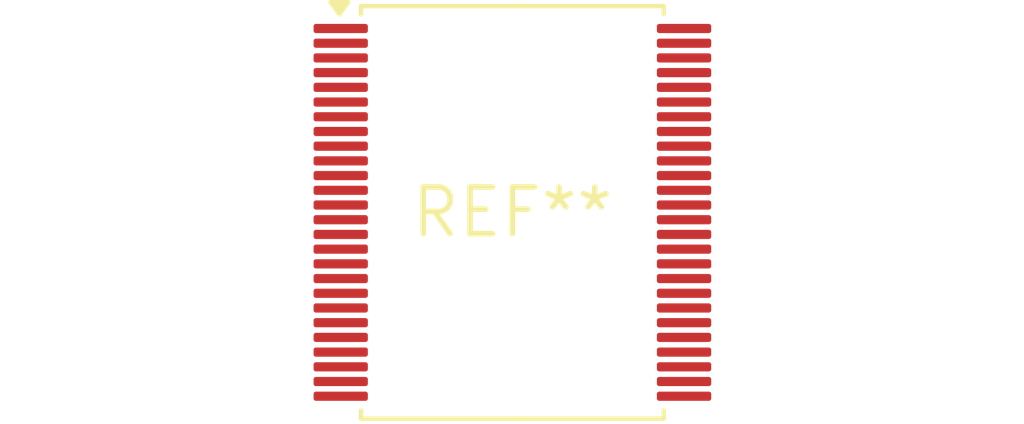
<source format=kicad_pcb>
(kicad_pcb (version 20240108) (generator pcbnew)
  (layers (0 "F.Cu" signal) (31 "B.Cu" signal) (34 "B.Paste" user) (35 "F.Paste" user) (36 "B.SilkS" user "B.Silkscreen") (37 "F.SilkS" user "F.Silkscreen") (38 "B.Mask" user) (39 "F.Mask" user) (44 "Edge.Cuts" user))
  (net 0 "")
  (footprint "TSSOP-52_8x11mm_P0.4mm" (layer "F.Cu") (at 0 0)
    (property "Reference" "REF**")
    (property "Value" "TSSOP-52_8x11mm_P0.4mm")
    (fp_line (start -4.11 -5.61) (end -4.11 -5.385) (layer "F.SilkS") (stroke (width 0.12)))
    (fp_line (start -4.11 5.61) (end -4.11 5.385) (layer "F.SilkS") (stroke (width 0.12)))
    (fp_line (start 0 -5.61) (end -4.11 -5.61) (layer "F.SilkS") (stroke (width 0.12)))
    (fp_line (start 0 -5.61) (end 4.11 -5.61) (layer "F.SilkS") (stroke (width 0.12)))
    (fp_line (start 0 5.61) (end -4.11 5.61) (layer "F.SilkS") (stroke (width 0.12)))
    (fp_line (start 0 5.61) (end 4.11 5.61) (layer "F.SilkS") (stroke (width 0.12)))
    (fp_line (start 4.11 -5.61) (end 4.11 -5.385) (layer "F.SilkS") (stroke (width 0.12)))
    (fp_line (start 4.11 5.61) (end 4.11 5.385) (layer "F.SilkS") (stroke (width 0.12)))
    (fp_poly (pts (xy -4.7 -5.385) (xy -4.94 -5.715) (xy -4.46 -5.715) (xy -4.7 -5.385)) (layer "F.SilkS") (stroke (width 0.12)) (fill solid))
    (pad "1" smd roundrect (at -4.6625 -5) (size 1.475 0.25) (layers "F.Cu" "F.Paste" "F.Mask"))
    (pad "2" smd roundrect (at -4.6625 -4.6) (size 1.475 0.25) (layers "F.Cu" "F.Paste" "F.Mask"))
    (pad "3" smd roundrect (at -4.6625 -4.2) (size 1.475 0.25) (layers "F.Cu" "F.Paste" "F.Mask"))
    (pad "4" smd roundrect (at -4.6625 -3.8) (size 1.475 0.25) (layers "F.Cu" "F.Paste" "F.Mask"))
    (pad "5" smd roundrect (at -4.6625 -3.4) (size 1.475 0.25) (layers "F.Cu" "F.Paste" "F.Mask"))
    (pad "6" smd roundrect (at -4.6625 -3) (size 1.475 0.25) (layers "F.Cu" "F.Paste" "F.Mask"))
    (pad "7" smd roundrect (at -4.6625 -2.6) (size 1.475 0.25) (layers "F.Cu" "F.Paste" "F.Mask"))
    (pad "8" smd roundrect (at -4.6625 -2.2) (size 1.475 0.25) (layers "F.Cu" "F.Paste" "F.Mask"))
    (pad "9" smd roundrect (at -4.6625 -1.8) (size 1.475 0.25) (layers "F.Cu" "F.Paste" "F.Mask"))
    (pad "10" smd roundrect (at -4.6625 -1.4) (size 1.475 0.25) (layers "F.Cu" "F.Paste" "F.Mask"))
    (pad "11" smd roundrect (at -4.6625 -1) (size 1.475 0.25) (layers "F.Cu" "F.Paste" "F.Mask"))
    (pad "12" smd roundrect (at -4.6625 -0.6) (size 1.475 0.25) (layers "F.Cu" "F.Paste" "F.Mask"))
    (pad "13" smd roundrect (at -4.6625 -0.2) (size 1.475 0.25) (layers "F.Cu" "F.Paste" "F.Mask"))
    (pad "14" smd roundrect (at -4.6625 0.2) (size 1.475 0.25) (layers "F.Cu" "F.Paste" "F.Mask"))
    (pad "15" smd roundrect (at -4.6625 0.6) (size 1.475 0.25) (layers "F.Cu" "F.Paste" "F.Mask"))
    (pad "16" smd roundrect (at -4.6625 1) (size 1.475 0.25) (layers "F.Cu" "F.Paste" "F.Mask"))
    (pad "17" smd roundrect (at -4.6625 1.4) (size 1.475 0.25) (layers "F.Cu" "F.Paste" "F.Mask"))
    (pad "18" smd roundrect (at -4.6625 1.8) (size 1.475 0.25) (layers "F.Cu" "F.Paste" "F.Mask"))
    (pad "19" smd roundrect (at -4.6625 2.2) (size 1.475 0.25) (layers "F.Cu" "F.Paste" "F.Mask"))
    (pad "20" smd roundrect (at -4.6625 2.6) (size 1.475 0.25) (layers "F.Cu" "F.Paste" "F.Mask"))
    (pad "21" smd roundrect (at -4.6625 3) (size 1.475 0.25) (layers "F.Cu" "F.Paste" "F.Mask"))
    (pad "22" smd roundrect (at -4.6625 3.4) (size 1.475 0.25) (layers "F.Cu" "F.Paste" "F.Mask"))
    (pad "23" smd roundrect (at -4.6625 3.8) (size 1.475 0.25) (layers "F.Cu" "F.Paste" "F.Mask"))
    (pad "24" smd roundrect (at -4.6625 4.2) (size 1.475 0.25) (layers "F.Cu" "F.Paste" "F.Mask"))
    (pad "25" smd roundrect (at -4.6625 4.6) (size 1.475 0.25) (layers "F.Cu" "F.Paste" "F.Mask"))
    (pad "26" smd roundrect (at -4.6625 5) (size 1.475 0.25) (layers "F.Cu" "F.Paste" "F.Mask"))
    (pad "27" smd roundrect (at 4.6625 5) (size 1.475 0.25) (layers "F.Cu" "F.Paste" "F.Mask"))
    (pad "28" smd roundrect (at 4.6625 4.6) (size 1.475 0.25) (layers "F.Cu" "F.Paste" "F.Mask"))
    (pad "29" smd roundrect (at 4.6625 4.2) (size 1.475 0.25) (layers "F.Cu" "F.Paste" "F.Mask"))
    (pad "30" smd roundrect (at 4.6625 3.8) (size 1.475 0.25) (layers "F.Cu" "F.Paste" "F.Mask"))
    (pad "31" smd roundrect (at 4.6625 3.4) (size 1.475 0.25) (layers "F.Cu" "F.Paste" "F.Mask"))
    (pad "32" smd roundrect (at 4.6625 3) (size 1.475 0.25) (layers "F.Cu" "F.Paste" "F.Mask"))
    (pad "33" smd roundrect (at 4.6625 2.6) (size 1.475 0.25) (layers "F.Cu" "F.Paste" "F.Mask"))
    (pad "34" smd roundrect (at 4.6625 2.2) (size 1.475 0.25) (layers "F.Cu" "F.Paste" "F.Mask"))
    (pad "35" smd roundrect (at 4.6625 1.8) (size 1.475 0.25) (layers "F.Cu" "F.Paste" "F.Mask"))
    (pad "36" smd roundrect (at 4.6625 1.4) (size 1.475 0.25) (layers "F.Cu" "F.Paste" "F.Mask"))
    (pad "37" smd roundrect (at 4.6625 1) (size 1.475 0.25) (layers "F.Cu" "F.Paste" "F.Mask"))
    (pad "38" smd roundrect (at 4.6625 0.6) (size 1.475 0.25) (layers "F.Cu" "F.Paste" "F.Mask"))
    (pad "39" smd roundrect (at 4.6625 0.2) (size 1.475 0.25) (layers "F.Cu" "F.Paste" "F.Mask"))
    (pad "40" smd roundrect (at 4.6625 -0.2) (size 1.475 0.25) (layers "F.Cu" "F.Paste" "F.Mask"))
    (pad "41" smd roundrect (at 4.6625 -0.6) (size 1.475 0.25) (layers "F.Cu" "F.Paste" "F.Mask"))
    (pad "42" smd roundrect (at 4.6625 -1) (size 1.475 0.25) (layers "F.Cu" "F.Paste" "F.Mask"))
    (pad "43" smd roundrect (at 4.6625 -1.4) (size 1.475 0.25) (layers "F.Cu" "F.Paste" "F.Mask"))
    (pad "44" smd roundrect (at 4.6625 -1.8) (size 1.475 0.25) (layers "F.Cu" "F.Paste" "F.Mask"))
    (pad "45" smd roundrect (at 4.6625 -2.2) (size 1.475 0.25) (layers "F.Cu" "F.Paste" "F.Mask"))
    (pad "46" smd roundrect (at 4.6625 -2.6) (size 1.475 0.25) (layers "F.Cu" "F.Paste" "F.Mask"))
    (pad "47" smd roundrect (at 4.6625 -3) (size 1.475 0.25) (layers "F.Cu" "F.Paste" "F.Mask"))
    (pad "48" smd roundrect (at 4.6625 -3.4) (size 1.475 0.25) (layers "F.Cu" "F.Paste" "F.Mask"))
    (pad "49" smd roundrect (at 4.6625 -3.8) (size 1.475 0.25) (layers "F.Cu" "F.Paste" "F.Mask"))
    (pad "50" smd roundrect (at 4.6625 -4.2) (size 1.475 0.25) (layers "F.Cu" "F.Paste" "F.Mask"))
    (pad "51" smd roundrect (at 4.6625 -4.6) (size 1.475 0.25) (layers "F.Cu" "F.Paste" "F.Mask"))
    (pad "52" smd roundrect (at 4.6625 -5) (size 1.475 0.25) (layers "F.Cu" "F.Paste" "F.Mask"))
  )
)
</source>
